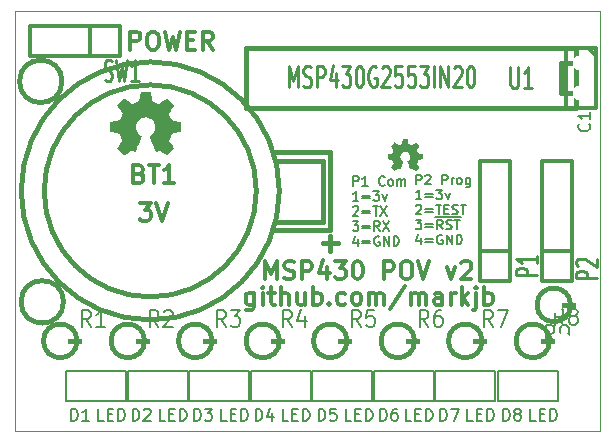
<source format=gto>
G04 (created by PCBNEW (2013-07-07 BZR 4022)-stable) date 06/07/2014 17:43:10*
%MOIN*%
G04 Gerber Fmt 3.4, Leading zero omitted, Abs format*
%FSLAX34Y34*%
G01*
G70*
G90*
G04 APERTURE LIST*
%ADD10C,0.00590551*%
%ADD11C,0.011811*%
%ADD12C,0.00393701*%
%ADD13C,0.015748*%
%ADD14C,0.015*%
%ADD15C,0.012*%
%ADD16C,0.0001*%
%ADD17C,0.0107*%
%ADD18C,0.0106*%
%ADD19C,0.008*%
%ADD20C,0.01125*%
%ADD21C,0.0590551*%
%ADD22C,0.09*%
%ADD23R,0.055X0.055*%
%ADD24C,0.055*%
%ADD25C,0.1*%
G04 APERTURE END LIST*
G54D10*
X47374Y-27777D02*
X47374Y-27462D01*
X47494Y-27462D01*
X47524Y-27477D01*
X47539Y-27492D01*
X47554Y-27522D01*
X47554Y-27567D01*
X47539Y-27597D01*
X47524Y-27612D01*
X47494Y-27627D01*
X47374Y-27627D01*
X47674Y-27492D02*
X47689Y-27477D01*
X47719Y-27462D01*
X47794Y-27462D01*
X47824Y-27477D01*
X47839Y-27492D01*
X47854Y-27522D01*
X47854Y-27552D01*
X47839Y-27597D01*
X47659Y-27777D01*
X47854Y-27777D01*
X48229Y-27777D02*
X48229Y-27462D01*
X48349Y-27462D01*
X48379Y-27477D01*
X48394Y-27492D01*
X48409Y-27522D01*
X48409Y-27567D01*
X48394Y-27597D01*
X48379Y-27612D01*
X48349Y-27627D01*
X48229Y-27627D01*
X48544Y-27777D02*
X48544Y-27567D01*
X48544Y-27627D02*
X48559Y-27597D01*
X48574Y-27582D01*
X48604Y-27567D01*
X48634Y-27567D01*
X48784Y-27777D02*
X48754Y-27762D01*
X48739Y-27747D01*
X48724Y-27717D01*
X48724Y-27627D01*
X48739Y-27597D01*
X48754Y-27582D01*
X48784Y-27567D01*
X48829Y-27567D01*
X48859Y-27582D01*
X48874Y-27597D01*
X48889Y-27627D01*
X48889Y-27717D01*
X48874Y-27747D01*
X48859Y-27762D01*
X48829Y-27777D01*
X48784Y-27777D01*
X49159Y-27567D02*
X49159Y-27822D01*
X49144Y-27852D01*
X49129Y-27867D01*
X49099Y-27882D01*
X49054Y-27882D01*
X49024Y-27867D01*
X49159Y-27762D02*
X49129Y-27777D01*
X49069Y-27777D01*
X49039Y-27762D01*
X49024Y-27747D01*
X49009Y-27717D01*
X49009Y-27627D01*
X49024Y-27597D01*
X49039Y-27582D01*
X49069Y-27567D01*
X49129Y-27567D01*
X49159Y-27582D01*
X47539Y-28277D02*
X47359Y-28277D01*
X47449Y-28277D02*
X47449Y-27962D01*
X47419Y-28007D01*
X47389Y-28037D01*
X47359Y-28052D01*
X47674Y-28112D02*
X47914Y-28112D01*
X47914Y-28202D02*
X47674Y-28202D01*
X48034Y-27962D02*
X48229Y-27962D01*
X48124Y-28082D01*
X48169Y-28082D01*
X48199Y-28097D01*
X48214Y-28112D01*
X48229Y-28142D01*
X48229Y-28217D01*
X48214Y-28247D01*
X48199Y-28262D01*
X48169Y-28277D01*
X48079Y-28277D01*
X48049Y-28262D01*
X48034Y-28247D01*
X48334Y-28067D02*
X48409Y-28277D01*
X48484Y-28067D01*
X47359Y-28492D02*
X47374Y-28477D01*
X47404Y-28462D01*
X47479Y-28462D01*
X47509Y-28477D01*
X47524Y-28492D01*
X47539Y-28522D01*
X47539Y-28552D01*
X47524Y-28597D01*
X47344Y-28777D01*
X47539Y-28777D01*
X47674Y-28612D02*
X47914Y-28612D01*
X47914Y-28702D02*
X47674Y-28702D01*
X48019Y-28462D02*
X48199Y-28462D01*
X48109Y-28777D02*
X48109Y-28462D01*
X48304Y-28612D02*
X48409Y-28612D01*
X48454Y-28777D02*
X48304Y-28777D01*
X48304Y-28462D01*
X48454Y-28462D01*
X48574Y-28762D02*
X48619Y-28777D01*
X48694Y-28777D01*
X48724Y-28762D01*
X48739Y-28747D01*
X48754Y-28717D01*
X48754Y-28687D01*
X48739Y-28657D01*
X48724Y-28642D01*
X48694Y-28627D01*
X48634Y-28612D01*
X48604Y-28597D01*
X48589Y-28582D01*
X48574Y-28552D01*
X48574Y-28522D01*
X48589Y-28492D01*
X48604Y-28477D01*
X48634Y-28462D01*
X48709Y-28462D01*
X48754Y-28477D01*
X48844Y-28462D02*
X49024Y-28462D01*
X48934Y-28777D02*
X48934Y-28462D01*
X47344Y-28962D02*
X47539Y-28962D01*
X47434Y-29082D01*
X47479Y-29082D01*
X47509Y-29097D01*
X47524Y-29112D01*
X47539Y-29142D01*
X47539Y-29217D01*
X47524Y-29247D01*
X47509Y-29262D01*
X47479Y-29277D01*
X47389Y-29277D01*
X47359Y-29262D01*
X47344Y-29247D01*
X47674Y-29112D02*
X47914Y-29112D01*
X47914Y-29202D02*
X47674Y-29202D01*
X48244Y-29277D02*
X48139Y-29127D01*
X48064Y-29277D02*
X48064Y-28962D01*
X48184Y-28962D01*
X48214Y-28977D01*
X48229Y-28992D01*
X48244Y-29022D01*
X48244Y-29067D01*
X48229Y-29097D01*
X48214Y-29112D01*
X48184Y-29127D01*
X48064Y-29127D01*
X48364Y-29262D02*
X48409Y-29277D01*
X48484Y-29277D01*
X48514Y-29262D01*
X48529Y-29247D01*
X48544Y-29217D01*
X48544Y-29187D01*
X48529Y-29157D01*
X48514Y-29142D01*
X48484Y-29127D01*
X48424Y-29112D01*
X48394Y-29097D01*
X48379Y-29082D01*
X48364Y-29052D01*
X48364Y-29022D01*
X48379Y-28992D01*
X48394Y-28977D01*
X48424Y-28962D01*
X48499Y-28962D01*
X48544Y-28977D01*
X48634Y-28962D02*
X48814Y-28962D01*
X48724Y-29277D02*
X48724Y-28962D01*
X47989Y-28872D02*
X48844Y-28872D01*
X47509Y-29567D02*
X47509Y-29777D01*
X47434Y-29447D02*
X47359Y-29672D01*
X47554Y-29672D01*
X47674Y-29612D02*
X47914Y-29612D01*
X47914Y-29702D02*
X47674Y-29702D01*
X48229Y-29477D02*
X48199Y-29462D01*
X48154Y-29462D01*
X48109Y-29477D01*
X48079Y-29507D01*
X48064Y-29537D01*
X48049Y-29597D01*
X48049Y-29642D01*
X48064Y-29702D01*
X48079Y-29732D01*
X48109Y-29762D01*
X48154Y-29777D01*
X48184Y-29777D01*
X48229Y-29762D01*
X48244Y-29747D01*
X48244Y-29642D01*
X48184Y-29642D01*
X48379Y-29777D02*
X48379Y-29462D01*
X48559Y-29777D01*
X48559Y-29462D01*
X48709Y-29777D02*
X48709Y-29462D01*
X48784Y-29462D01*
X48829Y-29477D01*
X48859Y-29507D01*
X48874Y-29537D01*
X48889Y-29597D01*
X48889Y-29642D01*
X48874Y-29702D01*
X48859Y-29732D01*
X48829Y-29762D01*
X48784Y-29777D01*
X48709Y-29777D01*
G54D11*
X37836Y-23289D02*
X37836Y-22698D01*
X38061Y-22698D01*
X38117Y-22726D01*
X38145Y-22754D01*
X38173Y-22810D01*
X38173Y-22895D01*
X38145Y-22951D01*
X38117Y-22979D01*
X38061Y-23007D01*
X37836Y-23007D01*
X38539Y-22698D02*
X38651Y-22698D01*
X38707Y-22726D01*
X38764Y-22782D01*
X38792Y-22895D01*
X38792Y-23092D01*
X38764Y-23204D01*
X38707Y-23260D01*
X38651Y-23289D01*
X38539Y-23289D01*
X38482Y-23260D01*
X38426Y-23204D01*
X38398Y-23092D01*
X38398Y-22895D01*
X38426Y-22782D01*
X38482Y-22726D01*
X38539Y-22698D01*
X38989Y-22698D02*
X39129Y-23289D01*
X39242Y-22867D01*
X39354Y-23289D01*
X39495Y-22698D01*
X39720Y-22979D02*
X39917Y-22979D01*
X40001Y-23289D02*
X39720Y-23289D01*
X39720Y-22698D01*
X40001Y-22698D01*
X40592Y-23289D02*
X40395Y-23007D01*
X40254Y-23289D02*
X40254Y-22698D01*
X40479Y-22698D01*
X40535Y-22726D01*
X40563Y-22754D01*
X40592Y-22810D01*
X40592Y-22895D01*
X40563Y-22951D01*
X40535Y-22979D01*
X40479Y-23007D01*
X40254Y-23007D01*
G54D10*
X45274Y-27827D02*
X45274Y-27512D01*
X45394Y-27512D01*
X45424Y-27527D01*
X45439Y-27542D01*
X45454Y-27572D01*
X45454Y-27617D01*
X45439Y-27647D01*
X45424Y-27662D01*
X45394Y-27677D01*
X45274Y-27677D01*
X45754Y-27827D02*
X45574Y-27827D01*
X45664Y-27827D02*
X45664Y-27512D01*
X45634Y-27557D01*
X45604Y-27587D01*
X45574Y-27602D01*
X46309Y-27797D02*
X46294Y-27812D01*
X46249Y-27827D01*
X46219Y-27827D01*
X46174Y-27812D01*
X46144Y-27782D01*
X46129Y-27752D01*
X46114Y-27692D01*
X46114Y-27647D01*
X46129Y-27587D01*
X46144Y-27557D01*
X46174Y-27527D01*
X46219Y-27512D01*
X46249Y-27512D01*
X46294Y-27527D01*
X46309Y-27542D01*
X46489Y-27827D02*
X46459Y-27812D01*
X46444Y-27797D01*
X46429Y-27767D01*
X46429Y-27677D01*
X46444Y-27647D01*
X46459Y-27632D01*
X46489Y-27617D01*
X46534Y-27617D01*
X46564Y-27632D01*
X46579Y-27647D01*
X46594Y-27677D01*
X46594Y-27767D01*
X46579Y-27797D01*
X46564Y-27812D01*
X46534Y-27827D01*
X46489Y-27827D01*
X46729Y-27827D02*
X46729Y-27617D01*
X46729Y-27647D02*
X46744Y-27632D01*
X46774Y-27617D01*
X46819Y-27617D01*
X46849Y-27632D01*
X46864Y-27662D01*
X46864Y-27827D01*
X46864Y-27662D02*
X46879Y-27632D01*
X46909Y-27617D01*
X46954Y-27617D01*
X46984Y-27632D01*
X46999Y-27662D01*
X46999Y-27827D01*
X45439Y-28327D02*
X45259Y-28327D01*
X45349Y-28327D02*
X45349Y-28012D01*
X45319Y-28057D01*
X45289Y-28087D01*
X45259Y-28102D01*
X45574Y-28162D02*
X45814Y-28162D01*
X45814Y-28252D02*
X45574Y-28252D01*
X45934Y-28012D02*
X46129Y-28012D01*
X46024Y-28132D01*
X46069Y-28132D01*
X46099Y-28147D01*
X46114Y-28162D01*
X46129Y-28192D01*
X46129Y-28267D01*
X46114Y-28297D01*
X46099Y-28312D01*
X46069Y-28327D01*
X45979Y-28327D01*
X45949Y-28312D01*
X45934Y-28297D01*
X46234Y-28117D02*
X46309Y-28327D01*
X46384Y-28117D01*
X45259Y-28542D02*
X45274Y-28527D01*
X45304Y-28512D01*
X45379Y-28512D01*
X45409Y-28527D01*
X45424Y-28542D01*
X45439Y-28572D01*
X45439Y-28602D01*
X45424Y-28647D01*
X45244Y-28827D01*
X45439Y-28827D01*
X45574Y-28662D02*
X45814Y-28662D01*
X45814Y-28752D02*
X45574Y-28752D01*
X45919Y-28512D02*
X46099Y-28512D01*
X46009Y-28827D02*
X46009Y-28512D01*
X46174Y-28512D02*
X46384Y-28827D01*
X46384Y-28512D02*
X46174Y-28827D01*
X45244Y-29012D02*
X45439Y-29012D01*
X45334Y-29132D01*
X45379Y-29132D01*
X45409Y-29147D01*
X45424Y-29162D01*
X45439Y-29192D01*
X45439Y-29267D01*
X45424Y-29297D01*
X45409Y-29312D01*
X45379Y-29327D01*
X45289Y-29327D01*
X45259Y-29312D01*
X45244Y-29297D01*
X45574Y-29162D02*
X45814Y-29162D01*
X45814Y-29252D02*
X45574Y-29252D01*
X46144Y-29327D02*
X46039Y-29177D01*
X45964Y-29327D02*
X45964Y-29012D01*
X46084Y-29012D01*
X46114Y-29027D01*
X46129Y-29042D01*
X46144Y-29072D01*
X46144Y-29117D01*
X46129Y-29147D01*
X46114Y-29162D01*
X46084Y-29177D01*
X45964Y-29177D01*
X46249Y-29012D02*
X46459Y-29327D01*
X46459Y-29012D02*
X46249Y-29327D01*
X45409Y-29617D02*
X45409Y-29827D01*
X45334Y-29497D02*
X45259Y-29722D01*
X45454Y-29722D01*
X45574Y-29662D02*
X45814Y-29662D01*
X45814Y-29752D02*
X45574Y-29752D01*
X46129Y-29527D02*
X46099Y-29512D01*
X46054Y-29512D01*
X46009Y-29527D01*
X45979Y-29557D01*
X45964Y-29587D01*
X45949Y-29647D01*
X45949Y-29692D01*
X45964Y-29752D01*
X45979Y-29782D01*
X46009Y-29812D01*
X46054Y-29827D01*
X46084Y-29827D01*
X46129Y-29812D01*
X46144Y-29797D01*
X46144Y-29692D01*
X46084Y-29692D01*
X46279Y-29827D02*
X46279Y-29512D01*
X46459Y-29827D01*
X46459Y-29512D01*
X46609Y-29827D02*
X46609Y-29512D01*
X46684Y-29512D01*
X46729Y-29527D01*
X46759Y-29557D01*
X46774Y-29587D01*
X46789Y-29647D01*
X46789Y-29692D01*
X46774Y-29752D01*
X46759Y-29782D01*
X46729Y-29812D01*
X46684Y-29827D01*
X46609Y-29827D01*
G54D11*
X41961Y-31395D02*
X41961Y-31873D01*
X41933Y-31929D01*
X41905Y-31957D01*
X41848Y-31985D01*
X41764Y-31985D01*
X41708Y-31957D01*
X41961Y-31760D02*
X41905Y-31789D01*
X41792Y-31789D01*
X41736Y-31760D01*
X41708Y-31732D01*
X41680Y-31676D01*
X41680Y-31507D01*
X41708Y-31451D01*
X41736Y-31423D01*
X41792Y-31395D01*
X41905Y-31395D01*
X41961Y-31423D01*
X42242Y-31789D02*
X42242Y-31395D01*
X42242Y-31198D02*
X42214Y-31226D01*
X42242Y-31254D01*
X42270Y-31226D01*
X42242Y-31198D01*
X42242Y-31254D01*
X42439Y-31395D02*
X42664Y-31395D01*
X42523Y-31198D02*
X42523Y-31704D01*
X42551Y-31760D01*
X42608Y-31789D01*
X42664Y-31789D01*
X42861Y-31789D02*
X42861Y-31198D01*
X43114Y-31789D02*
X43114Y-31479D01*
X43086Y-31423D01*
X43030Y-31395D01*
X42945Y-31395D01*
X42889Y-31423D01*
X42861Y-31451D01*
X43648Y-31395D02*
X43648Y-31789D01*
X43395Y-31395D02*
X43395Y-31704D01*
X43423Y-31760D01*
X43479Y-31789D01*
X43564Y-31789D01*
X43620Y-31760D01*
X43648Y-31732D01*
X43929Y-31789D02*
X43929Y-31198D01*
X43929Y-31423D02*
X43986Y-31395D01*
X44098Y-31395D01*
X44154Y-31423D01*
X44183Y-31451D01*
X44211Y-31507D01*
X44211Y-31676D01*
X44183Y-31732D01*
X44154Y-31760D01*
X44098Y-31789D01*
X43986Y-31789D01*
X43929Y-31760D01*
X44464Y-31732D02*
X44492Y-31760D01*
X44464Y-31789D01*
X44436Y-31760D01*
X44464Y-31732D01*
X44464Y-31789D01*
X44998Y-31760D02*
X44942Y-31789D01*
X44829Y-31789D01*
X44773Y-31760D01*
X44745Y-31732D01*
X44717Y-31676D01*
X44717Y-31507D01*
X44745Y-31451D01*
X44773Y-31423D01*
X44829Y-31395D01*
X44942Y-31395D01*
X44998Y-31423D01*
X45335Y-31789D02*
X45279Y-31760D01*
X45251Y-31732D01*
X45223Y-31676D01*
X45223Y-31507D01*
X45251Y-31451D01*
X45279Y-31423D01*
X45335Y-31395D01*
X45420Y-31395D01*
X45476Y-31423D01*
X45504Y-31451D01*
X45532Y-31507D01*
X45532Y-31676D01*
X45504Y-31732D01*
X45476Y-31760D01*
X45420Y-31789D01*
X45335Y-31789D01*
X45785Y-31789D02*
X45785Y-31395D01*
X45785Y-31451D02*
X45814Y-31423D01*
X45870Y-31395D01*
X45954Y-31395D01*
X46010Y-31423D01*
X46039Y-31479D01*
X46039Y-31789D01*
X46039Y-31479D02*
X46067Y-31423D01*
X46123Y-31395D01*
X46207Y-31395D01*
X46264Y-31423D01*
X46292Y-31479D01*
X46292Y-31789D01*
X46995Y-31170D02*
X46488Y-31929D01*
X47192Y-31789D02*
X47192Y-31395D01*
X47192Y-31451D02*
X47220Y-31423D01*
X47276Y-31395D01*
X47360Y-31395D01*
X47416Y-31423D01*
X47445Y-31479D01*
X47445Y-31789D01*
X47445Y-31479D02*
X47473Y-31423D01*
X47529Y-31395D01*
X47613Y-31395D01*
X47670Y-31423D01*
X47698Y-31479D01*
X47698Y-31789D01*
X48232Y-31789D02*
X48232Y-31479D01*
X48204Y-31423D01*
X48148Y-31395D01*
X48035Y-31395D01*
X47979Y-31423D01*
X48232Y-31760D02*
X48176Y-31789D01*
X48035Y-31789D01*
X47979Y-31760D01*
X47951Y-31704D01*
X47951Y-31648D01*
X47979Y-31592D01*
X48035Y-31564D01*
X48176Y-31564D01*
X48232Y-31535D01*
X48513Y-31789D02*
X48513Y-31395D01*
X48513Y-31507D02*
X48541Y-31451D01*
X48569Y-31423D01*
X48626Y-31395D01*
X48682Y-31395D01*
X48879Y-31789D02*
X48879Y-31198D01*
X48935Y-31564D02*
X49104Y-31789D01*
X49104Y-31395D02*
X48879Y-31620D01*
X49357Y-31395D02*
X49357Y-31901D01*
X49329Y-31957D01*
X49273Y-31985D01*
X49244Y-31985D01*
X49357Y-31198D02*
X49329Y-31226D01*
X49357Y-31254D01*
X49385Y-31226D01*
X49357Y-31198D01*
X49357Y-31254D01*
X49638Y-31789D02*
X49638Y-31198D01*
X49638Y-31423D02*
X49694Y-31395D01*
X49807Y-31395D01*
X49863Y-31423D01*
X49891Y-31451D01*
X49919Y-31507D01*
X49919Y-31676D01*
X49891Y-31732D01*
X49863Y-31760D01*
X49807Y-31789D01*
X49694Y-31789D01*
X49638Y-31760D01*
X42319Y-30939D02*
X42319Y-30348D01*
X42516Y-30770D01*
X42712Y-30348D01*
X42712Y-30939D01*
X42965Y-30910D02*
X43050Y-30939D01*
X43190Y-30939D01*
X43247Y-30910D01*
X43275Y-30882D01*
X43303Y-30826D01*
X43303Y-30770D01*
X43275Y-30714D01*
X43247Y-30685D01*
X43190Y-30657D01*
X43078Y-30629D01*
X43022Y-30601D01*
X42994Y-30573D01*
X42965Y-30517D01*
X42965Y-30460D01*
X42994Y-30404D01*
X43022Y-30376D01*
X43078Y-30348D01*
X43219Y-30348D01*
X43303Y-30376D01*
X43556Y-30939D02*
X43556Y-30348D01*
X43781Y-30348D01*
X43837Y-30376D01*
X43865Y-30404D01*
X43893Y-30460D01*
X43893Y-30545D01*
X43865Y-30601D01*
X43837Y-30629D01*
X43781Y-30657D01*
X43556Y-30657D01*
X44400Y-30545D02*
X44400Y-30939D01*
X44259Y-30320D02*
X44118Y-30742D01*
X44484Y-30742D01*
X44653Y-30348D02*
X45018Y-30348D01*
X44821Y-30573D01*
X44906Y-30573D01*
X44962Y-30601D01*
X44990Y-30629D01*
X45018Y-30685D01*
X45018Y-30826D01*
X44990Y-30882D01*
X44962Y-30910D01*
X44906Y-30939D01*
X44737Y-30939D01*
X44681Y-30910D01*
X44653Y-30882D01*
X45384Y-30348D02*
X45440Y-30348D01*
X45496Y-30376D01*
X45525Y-30404D01*
X45553Y-30460D01*
X45581Y-30573D01*
X45581Y-30714D01*
X45553Y-30826D01*
X45525Y-30882D01*
X45496Y-30910D01*
X45440Y-30939D01*
X45384Y-30939D01*
X45328Y-30910D01*
X45300Y-30882D01*
X45271Y-30826D01*
X45243Y-30714D01*
X45243Y-30573D01*
X45271Y-30460D01*
X45300Y-30404D01*
X45328Y-30376D01*
X45384Y-30348D01*
X46284Y-30939D02*
X46284Y-30348D01*
X46509Y-30348D01*
X46565Y-30376D01*
X46593Y-30404D01*
X46621Y-30460D01*
X46621Y-30545D01*
X46593Y-30601D01*
X46565Y-30629D01*
X46509Y-30657D01*
X46284Y-30657D01*
X46987Y-30348D02*
X47099Y-30348D01*
X47156Y-30376D01*
X47212Y-30432D01*
X47240Y-30545D01*
X47240Y-30742D01*
X47212Y-30854D01*
X47156Y-30910D01*
X47099Y-30939D01*
X46987Y-30939D01*
X46931Y-30910D01*
X46874Y-30854D01*
X46846Y-30742D01*
X46846Y-30545D01*
X46874Y-30432D01*
X46931Y-30376D01*
X46987Y-30348D01*
X47409Y-30348D02*
X47606Y-30939D01*
X47802Y-30348D01*
X48393Y-30545D02*
X48534Y-30939D01*
X48674Y-30545D01*
X48871Y-30404D02*
X48899Y-30376D01*
X48955Y-30348D01*
X49096Y-30348D01*
X49152Y-30376D01*
X49180Y-30404D01*
X49208Y-30460D01*
X49208Y-30517D01*
X49180Y-30601D01*
X48843Y-30939D01*
X49208Y-30939D01*
G54D12*
X34000Y-22000D02*
X34000Y-28000D01*
X53500Y-22000D02*
X34000Y-22000D01*
X53500Y-36000D02*
X53500Y-22000D01*
X34000Y-36000D02*
X53500Y-36000D01*
X34000Y-28000D02*
X34000Y-36000D01*
G54D10*
X35700Y-34000D02*
X37700Y-34000D01*
X37700Y-34000D02*
X37700Y-35000D01*
X37700Y-35000D02*
X35700Y-35000D01*
X35700Y-35000D02*
X35700Y-34000D01*
G54D13*
X44250Y-29050D02*
X42700Y-29050D01*
X44500Y-29300D02*
X42600Y-29300D01*
X44500Y-26700D02*
X42600Y-26700D01*
X44250Y-27000D02*
X42750Y-27000D01*
G54D14*
X44500Y-29500D02*
X44500Y-30000D01*
X44250Y-29750D02*
X44750Y-29750D01*
X44250Y-27000D02*
X44250Y-29000D01*
X44500Y-26750D02*
X44500Y-29250D01*
X42035Y-28000D02*
G75*
G03X42035Y-28000I-3535J0D01*
G74*
G01*
X42801Y-28000D02*
G75*
G03X42801Y-28000I-4301J0D01*
G74*
G01*
G54D15*
X51550Y-31000D02*
X51550Y-31000D01*
X52550Y-31000D02*
X51550Y-31000D01*
X51550Y-31000D02*
X51550Y-31000D01*
X51550Y-31000D02*
X51550Y-27000D01*
X51550Y-27000D02*
X52550Y-27000D01*
X52550Y-27000D02*
X52550Y-31000D01*
X52550Y-30000D02*
X51550Y-30000D01*
X49500Y-31000D02*
X49500Y-31000D01*
X50500Y-31000D02*
X49500Y-31000D01*
X49500Y-31000D02*
X49500Y-31000D01*
X49500Y-31000D02*
X49500Y-27000D01*
X49500Y-27000D02*
X50500Y-27000D01*
X50500Y-27000D02*
X50500Y-31000D01*
X50500Y-30000D02*
X49500Y-30000D01*
X37500Y-22500D02*
X37500Y-23500D01*
X37500Y-23500D02*
X34500Y-23500D01*
X34500Y-23500D02*
X34500Y-22500D01*
X34500Y-22500D02*
X37500Y-22500D01*
X36500Y-23500D02*
X36500Y-22500D01*
G54D14*
X51250Y-33000D02*
X52250Y-33000D01*
X51809Y-33000D02*
G75*
G03X51809Y-33000I-559J0D01*
G74*
G01*
X49000Y-33000D02*
X50000Y-33000D01*
X49559Y-33000D02*
G75*
G03X49559Y-33000I-559J0D01*
G74*
G01*
X46750Y-33000D02*
X47750Y-33000D01*
X47309Y-33000D02*
G75*
G03X47309Y-33000I-559J0D01*
G74*
G01*
X44500Y-33000D02*
X45500Y-33000D01*
X45059Y-33000D02*
G75*
G03X45059Y-33000I-559J0D01*
G74*
G01*
X42250Y-33000D02*
X43250Y-33000D01*
X42809Y-33000D02*
G75*
G03X42809Y-33000I-559J0D01*
G74*
G01*
X40000Y-33000D02*
X41000Y-33000D01*
X40559Y-33000D02*
G75*
G03X40559Y-33000I-559J0D01*
G74*
G01*
X37750Y-33000D02*
X38750Y-33000D01*
X38309Y-33000D02*
G75*
G03X38309Y-33000I-559J0D01*
G74*
G01*
X35500Y-33000D02*
X36500Y-33000D01*
X36059Y-33000D02*
G75*
G03X36059Y-33000I-559J0D01*
G74*
G01*
G54D10*
X50100Y-34000D02*
X52100Y-34000D01*
X52100Y-34000D02*
X52100Y-35000D01*
X52100Y-35000D02*
X50100Y-35000D01*
X50100Y-35000D02*
X50100Y-34000D01*
X48000Y-34000D02*
X50000Y-34000D01*
X50000Y-34000D02*
X50000Y-35000D01*
X50000Y-35000D02*
X48000Y-35000D01*
X48000Y-35000D02*
X48000Y-34000D01*
X45950Y-34000D02*
X47950Y-34000D01*
X47950Y-34000D02*
X47950Y-35000D01*
X47950Y-35000D02*
X45950Y-35000D01*
X45950Y-35000D02*
X45950Y-34000D01*
X43900Y-34000D02*
X45900Y-34000D01*
X45900Y-34000D02*
X45900Y-35000D01*
X45900Y-35000D02*
X43900Y-35000D01*
X43900Y-35000D02*
X43900Y-34000D01*
X41850Y-34000D02*
X43850Y-34000D01*
X43850Y-34000D02*
X43850Y-35000D01*
X43850Y-35000D02*
X41850Y-35000D01*
X41850Y-35000D02*
X41850Y-34000D01*
X39800Y-34000D02*
X41800Y-34000D01*
X41800Y-34000D02*
X41800Y-35000D01*
X41800Y-35000D02*
X39800Y-35000D01*
X39800Y-35000D02*
X39800Y-34000D01*
X37750Y-34000D02*
X39750Y-34000D01*
X39750Y-34000D02*
X39750Y-35000D01*
X39750Y-35000D02*
X37750Y-35000D01*
X37750Y-35000D02*
X37750Y-34000D01*
G54D14*
X52700Y-24750D02*
X52200Y-24750D01*
X52200Y-24750D02*
X52200Y-23750D01*
X52200Y-23750D02*
X52700Y-23750D01*
X52700Y-25250D02*
X41700Y-25250D01*
X41700Y-25250D02*
X41700Y-23250D01*
X41700Y-23250D02*
X52700Y-23250D01*
X52700Y-23250D02*
X52700Y-25250D01*
G54D16*
G36*
X39066Y-26811D02*
X39053Y-26804D01*
X39026Y-26787D01*
X38986Y-26761D01*
X38940Y-26730D01*
X38893Y-26698D01*
X38854Y-26672D01*
X38827Y-26655D01*
X38816Y-26649D01*
X38810Y-26651D01*
X38788Y-26662D01*
X38756Y-26679D01*
X38737Y-26688D01*
X38707Y-26701D01*
X38693Y-26704D01*
X38690Y-26700D01*
X38679Y-26677D01*
X38662Y-26638D01*
X38640Y-26587D01*
X38614Y-26527D01*
X38587Y-26462D01*
X38560Y-26396D01*
X38534Y-26334D01*
X38510Y-26277D01*
X38492Y-26231D01*
X38480Y-26199D01*
X38475Y-26185D01*
X38477Y-26182D01*
X38491Y-26168D01*
X38517Y-26149D01*
X38573Y-26103D01*
X38628Y-26034D01*
X38662Y-25956D01*
X38673Y-25869D01*
X38664Y-25789D01*
X38632Y-25712D01*
X38578Y-25642D01*
X38512Y-25590D01*
X38436Y-25558D01*
X38350Y-25547D01*
X38268Y-25556D01*
X38189Y-25587D01*
X38119Y-25640D01*
X38090Y-25674D01*
X38049Y-25745D01*
X38026Y-25820D01*
X38024Y-25839D01*
X38027Y-25922D01*
X38052Y-26002D01*
X38095Y-26073D01*
X38156Y-26131D01*
X38164Y-26137D01*
X38192Y-26158D01*
X38211Y-26172D01*
X38226Y-26184D01*
X38120Y-26439D01*
X38103Y-26479D01*
X38074Y-26548D01*
X38049Y-26608D01*
X38028Y-26656D01*
X38014Y-26688D01*
X38008Y-26701D01*
X38007Y-26701D01*
X37998Y-26703D01*
X37979Y-26696D01*
X37943Y-26679D01*
X37920Y-26667D01*
X37893Y-26654D01*
X37881Y-26649D01*
X37870Y-26654D01*
X37844Y-26671D01*
X37807Y-26697D01*
X37761Y-26727D01*
X37718Y-26757D01*
X37678Y-26783D01*
X37649Y-26802D01*
X37635Y-26809D01*
X37633Y-26809D01*
X37620Y-26802D01*
X37597Y-26783D01*
X37563Y-26750D01*
X37514Y-26702D01*
X37506Y-26695D01*
X37466Y-26654D01*
X37433Y-26619D01*
X37411Y-26595D01*
X37403Y-26584D01*
X37403Y-26584D01*
X37411Y-26570D01*
X37429Y-26541D01*
X37455Y-26501D01*
X37487Y-26453D01*
X37572Y-26331D01*
X37525Y-26216D01*
X37511Y-26180D01*
X37493Y-26137D01*
X37480Y-26107D01*
X37473Y-26093D01*
X37460Y-26089D01*
X37429Y-26081D01*
X37383Y-26072D01*
X37328Y-26062D01*
X37276Y-26052D01*
X37229Y-26043D01*
X37195Y-26037D01*
X37180Y-26034D01*
X37176Y-26031D01*
X37173Y-26024D01*
X37171Y-26008D01*
X37170Y-25979D01*
X37169Y-25934D01*
X37169Y-25869D01*
X37169Y-25862D01*
X37170Y-25800D01*
X37171Y-25751D01*
X37173Y-25719D01*
X37175Y-25706D01*
X37175Y-25706D01*
X37190Y-25702D01*
X37223Y-25695D01*
X37270Y-25686D01*
X37326Y-25675D01*
X37330Y-25675D01*
X37386Y-25664D01*
X37432Y-25654D01*
X37465Y-25647D01*
X37479Y-25642D01*
X37482Y-25638D01*
X37493Y-25616D01*
X37509Y-25582D01*
X37528Y-25540D01*
X37546Y-25496D01*
X37562Y-25456D01*
X37572Y-25427D01*
X37575Y-25413D01*
X37575Y-25413D01*
X37567Y-25400D01*
X37548Y-25371D01*
X37520Y-25331D01*
X37488Y-25283D01*
X37485Y-25279D01*
X37453Y-25232D01*
X37427Y-25192D01*
X37410Y-25164D01*
X37403Y-25151D01*
X37403Y-25150D01*
X37414Y-25136D01*
X37438Y-25109D01*
X37473Y-25073D01*
X37514Y-25032D01*
X37527Y-25019D01*
X37573Y-24974D01*
X37605Y-24945D01*
X37625Y-24929D01*
X37634Y-24925D01*
X37635Y-24926D01*
X37649Y-24934D01*
X37679Y-24954D01*
X37719Y-24981D01*
X37767Y-25014D01*
X37770Y-25016D01*
X37818Y-25048D01*
X37857Y-25075D01*
X37885Y-25093D01*
X37897Y-25100D01*
X37899Y-25100D01*
X37918Y-25095D01*
X37952Y-25083D01*
X37993Y-25067D01*
X38037Y-25050D01*
X38077Y-25033D01*
X38106Y-25019D01*
X38120Y-25011D01*
X38121Y-25011D01*
X38126Y-24994D01*
X38134Y-24958D01*
X38144Y-24910D01*
X38155Y-24852D01*
X38157Y-24843D01*
X38167Y-24786D01*
X38176Y-24740D01*
X38183Y-24708D01*
X38186Y-24694D01*
X38194Y-24693D01*
X38222Y-24691D01*
X38264Y-24689D01*
X38315Y-24689D01*
X38368Y-24689D01*
X38420Y-24690D01*
X38464Y-24692D01*
X38496Y-24694D01*
X38510Y-24697D01*
X38510Y-24698D01*
X38515Y-24715D01*
X38523Y-24750D01*
X38533Y-24799D01*
X38544Y-24857D01*
X38546Y-24868D01*
X38556Y-24924D01*
X38566Y-24970D01*
X38573Y-25001D01*
X38576Y-25014D01*
X38581Y-25016D01*
X38604Y-25027D01*
X38642Y-25042D01*
X38689Y-25061D01*
X38797Y-25105D01*
X38929Y-25014D01*
X38941Y-25006D01*
X38989Y-24973D01*
X39028Y-24947D01*
X39056Y-24930D01*
X39067Y-24923D01*
X39068Y-24924D01*
X39081Y-24935D01*
X39107Y-24960D01*
X39143Y-24995D01*
X39185Y-25036D01*
X39216Y-25067D01*
X39252Y-25104D01*
X39275Y-25129D01*
X39288Y-25145D01*
X39293Y-25155D01*
X39291Y-25162D01*
X39283Y-25175D01*
X39263Y-25204D01*
X39236Y-25245D01*
X39204Y-25291D01*
X39177Y-25331D01*
X39148Y-25375D01*
X39130Y-25407D01*
X39123Y-25422D01*
X39125Y-25429D01*
X39134Y-25455D01*
X39150Y-25494D01*
X39170Y-25541D01*
X39216Y-25646D01*
X39285Y-25659D01*
X39326Y-25667D01*
X39385Y-25678D01*
X39441Y-25689D01*
X39528Y-25706D01*
X39531Y-26025D01*
X39517Y-26031D01*
X39504Y-26035D01*
X39472Y-26042D01*
X39426Y-26051D01*
X39372Y-26061D01*
X39325Y-26070D01*
X39279Y-26079D01*
X39245Y-26085D01*
X39230Y-26088D01*
X39227Y-26093D01*
X39215Y-26116D01*
X39198Y-26152D01*
X39180Y-26195D01*
X39161Y-26240D01*
X39145Y-26281D01*
X39133Y-26313D01*
X39129Y-26329D01*
X39135Y-26341D01*
X39153Y-26369D01*
X39179Y-26408D01*
X39210Y-26454D01*
X39242Y-26501D01*
X39269Y-26540D01*
X39288Y-26569D01*
X39295Y-26582D01*
X39291Y-26591D01*
X39273Y-26613D01*
X39238Y-26649D01*
X39186Y-26701D01*
X39177Y-26709D01*
X39136Y-26749D01*
X39101Y-26781D01*
X39077Y-26803D01*
X39066Y-26811D01*
X39066Y-26811D01*
G37*
G36*
X46642Y-27330D02*
X46649Y-27327D01*
X46662Y-27318D01*
X46682Y-27305D01*
X46705Y-27290D01*
X46729Y-27274D01*
X46748Y-27261D01*
X46762Y-27252D01*
X46767Y-27249D01*
X46770Y-27250D01*
X46781Y-27256D01*
X46797Y-27264D01*
X46807Y-27269D01*
X46822Y-27275D01*
X46829Y-27277D01*
X46830Y-27275D01*
X46836Y-27263D01*
X46844Y-27244D01*
X46855Y-27218D01*
X46868Y-27188D01*
X46882Y-27156D01*
X46895Y-27123D01*
X46908Y-27092D01*
X46920Y-27063D01*
X46929Y-27040D01*
X46935Y-27024D01*
X46938Y-27017D01*
X46937Y-27016D01*
X46930Y-27009D01*
X46917Y-26999D01*
X46889Y-26976D01*
X46861Y-26942D01*
X46844Y-26903D01*
X46839Y-26859D01*
X46843Y-26819D01*
X46859Y-26781D01*
X46886Y-26746D01*
X46919Y-26720D01*
X46957Y-26704D01*
X47000Y-26699D01*
X47041Y-26703D01*
X47080Y-26719D01*
X47115Y-26745D01*
X47130Y-26762D01*
X47150Y-26798D01*
X47162Y-26835D01*
X47163Y-26844D01*
X47161Y-26886D01*
X47149Y-26926D01*
X47127Y-26961D01*
X47097Y-26990D01*
X47093Y-26993D01*
X47079Y-27004D01*
X47069Y-27011D01*
X47062Y-27017D01*
X47115Y-27144D01*
X47123Y-27164D01*
X47138Y-27199D01*
X47150Y-27229D01*
X47161Y-27253D01*
X47168Y-27269D01*
X47171Y-27275D01*
X47171Y-27275D01*
X47176Y-27276D01*
X47185Y-27273D01*
X47203Y-27264D01*
X47215Y-27258D01*
X47228Y-27252D01*
X47234Y-27249D01*
X47240Y-27252D01*
X47253Y-27260D01*
X47271Y-27273D01*
X47294Y-27288D01*
X47316Y-27303D01*
X47336Y-27316D01*
X47350Y-27326D01*
X47357Y-27329D01*
X47358Y-27329D01*
X47365Y-27326D01*
X47376Y-27316D01*
X47393Y-27300D01*
X47418Y-27276D01*
X47422Y-27272D01*
X47442Y-27252D01*
X47458Y-27234D01*
X47469Y-27222D01*
X47473Y-27217D01*
X47473Y-27217D01*
X47469Y-27210D01*
X47460Y-27195D01*
X47447Y-27175D01*
X47431Y-27151D01*
X47389Y-27090D01*
X47412Y-27033D01*
X47419Y-27015D01*
X47428Y-26993D01*
X47435Y-26978D01*
X47438Y-26971D01*
X47445Y-26969D01*
X47460Y-26965D01*
X47483Y-26961D01*
X47511Y-26956D01*
X47537Y-26951D01*
X47560Y-26946D01*
X47577Y-26943D01*
X47585Y-26942D01*
X47587Y-26940D01*
X47588Y-26937D01*
X47589Y-26929D01*
X47590Y-26914D01*
X47590Y-26892D01*
X47590Y-26859D01*
X47590Y-26856D01*
X47590Y-26825D01*
X47589Y-26800D01*
X47588Y-26785D01*
X47587Y-26778D01*
X47587Y-26778D01*
X47580Y-26776D01*
X47563Y-26773D01*
X47540Y-26768D01*
X47512Y-26763D01*
X47510Y-26763D01*
X47482Y-26757D01*
X47459Y-26752D01*
X47442Y-26749D01*
X47435Y-26746D01*
X47434Y-26744D01*
X47428Y-26733D01*
X47420Y-26716D01*
X47411Y-26695D01*
X47402Y-26673D01*
X47394Y-26653D01*
X47389Y-26639D01*
X47387Y-26632D01*
X47387Y-26632D01*
X47391Y-26625D01*
X47401Y-26611D01*
X47415Y-26591D01*
X47431Y-26567D01*
X47432Y-26565D01*
X47448Y-26541D01*
X47461Y-26521D01*
X47470Y-26507D01*
X47473Y-26501D01*
X47473Y-26500D01*
X47468Y-26493D01*
X47456Y-26480D01*
X47438Y-26462D01*
X47418Y-26441D01*
X47411Y-26435D01*
X47388Y-26412D01*
X47372Y-26398D01*
X47362Y-26390D01*
X47358Y-26388D01*
X47357Y-26388D01*
X47350Y-26392D01*
X47335Y-26402D01*
X47315Y-26416D01*
X47291Y-26432D01*
X47290Y-26433D01*
X47266Y-26449D01*
X47246Y-26463D01*
X47232Y-26472D01*
X47226Y-26475D01*
X47225Y-26475D01*
X47216Y-26473D01*
X47199Y-26467D01*
X47178Y-26459D01*
X47156Y-26450D01*
X47136Y-26442D01*
X47122Y-26435D01*
X47115Y-26431D01*
X47114Y-26431D01*
X47112Y-26422D01*
X47108Y-26404D01*
X47103Y-26380D01*
X47097Y-26351D01*
X47096Y-26347D01*
X47091Y-26318D01*
X47087Y-26295D01*
X47083Y-26279D01*
X47082Y-26272D01*
X47078Y-26272D01*
X47064Y-26271D01*
X47043Y-26270D01*
X47017Y-26270D01*
X46991Y-26270D01*
X46965Y-26270D01*
X46943Y-26271D01*
X46927Y-26272D01*
X46920Y-26274D01*
X46920Y-26274D01*
X46918Y-26283D01*
X46914Y-26300D01*
X46909Y-26325D01*
X46903Y-26354D01*
X46902Y-26359D01*
X46897Y-26387D01*
X46892Y-26410D01*
X46889Y-26426D01*
X46887Y-26432D01*
X46885Y-26433D01*
X46873Y-26439D01*
X46854Y-26446D01*
X46831Y-26456D01*
X46777Y-26478D01*
X46711Y-26432D01*
X46705Y-26428D01*
X46681Y-26412D01*
X46661Y-26399D01*
X46647Y-26390D01*
X46642Y-26387D01*
X46641Y-26387D01*
X46635Y-26393D01*
X46622Y-26405D01*
X46604Y-26423D01*
X46583Y-26443D01*
X46567Y-26459D01*
X46549Y-26477D01*
X46538Y-26490D01*
X46531Y-26498D01*
X46529Y-26503D01*
X46530Y-26506D01*
X46534Y-26513D01*
X46544Y-26527D01*
X46557Y-26548D01*
X46573Y-26571D01*
X46587Y-26591D01*
X46601Y-26613D01*
X46610Y-26629D01*
X46614Y-26636D01*
X46613Y-26640D01*
X46608Y-26653D01*
X46600Y-26672D01*
X46590Y-26696D01*
X46567Y-26748D01*
X46533Y-26755D01*
X46512Y-26759D01*
X46483Y-26764D01*
X46455Y-26770D01*
X46411Y-26778D01*
X46410Y-26937D01*
X46417Y-26940D01*
X46423Y-26942D01*
X46439Y-26946D01*
X46462Y-26950D01*
X46489Y-26955D01*
X46513Y-26960D01*
X46536Y-26964D01*
X46553Y-26967D01*
X46560Y-26969D01*
X46562Y-26971D01*
X46568Y-26983D01*
X46576Y-27001D01*
X46585Y-27022D01*
X46595Y-27045D01*
X46603Y-27065D01*
X46609Y-27081D01*
X46611Y-27089D01*
X46608Y-27095D01*
X46599Y-27109D01*
X46586Y-27129D01*
X46570Y-27152D01*
X46554Y-27175D01*
X46541Y-27195D01*
X46531Y-27209D01*
X46528Y-27216D01*
X46530Y-27220D01*
X46539Y-27231D01*
X46556Y-27249D01*
X46582Y-27275D01*
X46587Y-27279D01*
X46607Y-27299D01*
X46625Y-27315D01*
X46637Y-27326D01*
X46642Y-27330D01*
X46642Y-27330D01*
G37*
G54D14*
X51950Y-31800D02*
X52950Y-31800D01*
X52509Y-31800D02*
G75*
G03X52509Y-31800I-559J0D01*
G74*
G01*
G54D15*
X53350Y-23270D02*
X53350Y-25250D01*
X53350Y-25250D02*
X52350Y-25250D01*
X52350Y-25250D02*
X52350Y-23250D01*
X52350Y-23250D02*
X53350Y-23250D01*
X53100Y-23250D02*
X53350Y-23500D01*
G54D14*
X35558Y-24350D02*
G75*
G03X35558Y-24350I-708J0D01*
G74*
G01*
X35608Y-31700D02*
G75*
G03X35608Y-31700I-708J0D01*
G74*
G01*
G54D10*
X35859Y-35659D02*
X35859Y-35265D01*
X35953Y-35265D01*
X36009Y-35284D01*
X36046Y-35321D01*
X36065Y-35359D01*
X36084Y-35434D01*
X36084Y-35490D01*
X36065Y-35565D01*
X36046Y-35603D01*
X36009Y-35640D01*
X35953Y-35659D01*
X35859Y-35659D01*
X36459Y-35659D02*
X36234Y-35659D01*
X36346Y-35659D02*
X36346Y-35265D01*
X36309Y-35321D01*
X36271Y-35359D01*
X36234Y-35378D01*
X36946Y-35659D02*
X36759Y-35659D01*
X36759Y-35265D01*
X37078Y-35453D02*
X37209Y-35453D01*
X37265Y-35659D02*
X37078Y-35659D01*
X37078Y-35265D01*
X37265Y-35265D01*
X37434Y-35659D02*
X37434Y-35265D01*
X37528Y-35265D01*
X37584Y-35284D01*
X37621Y-35321D01*
X37640Y-35359D01*
X37659Y-35434D01*
X37659Y-35490D01*
X37640Y-35565D01*
X37621Y-35603D01*
X37584Y-35640D01*
X37528Y-35659D01*
X37434Y-35659D01*
G54D15*
X38128Y-27428D02*
X38214Y-27457D01*
X38242Y-27485D01*
X38271Y-27542D01*
X38271Y-27628D01*
X38242Y-27685D01*
X38214Y-27714D01*
X38157Y-27742D01*
X37928Y-27742D01*
X37928Y-27142D01*
X38128Y-27142D01*
X38185Y-27171D01*
X38214Y-27200D01*
X38242Y-27257D01*
X38242Y-27314D01*
X38214Y-27371D01*
X38185Y-27400D01*
X38128Y-27428D01*
X37928Y-27428D01*
X38442Y-27142D02*
X38785Y-27142D01*
X38614Y-27742D02*
X38614Y-27142D01*
X39300Y-27742D02*
X38957Y-27742D01*
X39128Y-27742D02*
X39128Y-27142D01*
X39071Y-27228D01*
X39014Y-27285D01*
X38957Y-27314D01*
X38142Y-28392D02*
X38514Y-28392D01*
X38314Y-28621D01*
X38400Y-28621D01*
X38457Y-28650D01*
X38485Y-28678D01*
X38514Y-28735D01*
X38514Y-28878D01*
X38485Y-28935D01*
X38457Y-28964D01*
X38400Y-28992D01*
X38228Y-28992D01*
X38171Y-28964D01*
X38142Y-28935D01*
X38685Y-28392D02*
X38885Y-28992D01*
X39085Y-28392D01*
G54D17*
X53376Y-30915D02*
X52693Y-30915D01*
X52693Y-30752D01*
X52725Y-30712D01*
X52758Y-30691D01*
X52823Y-30671D01*
X52921Y-30671D01*
X52986Y-30691D01*
X53018Y-30712D01*
X53051Y-30752D01*
X53051Y-30915D01*
X52758Y-30508D02*
X52725Y-30487D01*
X52693Y-30447D01*
X52693Y-30345D01*
X52725Y-30304D01*
X52758Y-30284D01*
X52823Y-30263D01*
X52888Y-30263D01*
X52986Y-30284D01*
X53376Y-30528D01*
X53376Y-30263D01*
G54D15*
G54D17*
X51376Y-30815D02*
X50693Y-30815D01*
X50693Y-30652D01*
X50725Y-30612D01*
X50758Y-30591D01*
X50823Y-30571D01*
X50921Y-30571D01*
X50986Y-30591D01*
X51018Y-30612D01*
X51051Y-30652D01*
X51051Y-30815D01*
X51376Y-30163D02*
X51376Y-30408D01*
X51376Y-30286D02*
X50693Y-30286D01*
X50791Y-30326D01*
X50856Y-30367D01*
X50888Y-30408D01*
G54D15*
G54D18*
X36984Y-24301D02*
X37045Y-24335D01*
X37146Y-24335D01*
X37186Y-24301D01*
X37206Y-24268D01*
X37226Y-24201D01*
X37226Y-24133D01*
X37206Y-24066D01*
X37186Y-24033D01*
X37146Y-23999D01*
X37065Y-23966D01*
X37025Y-23932D01*
X37004Y-23898D01*
X36984Y-23831D01*
X36984Y-23764D01*
X37004Y-23697D01*
X37025Y-23663D01*
X37065Y-23630D01*
X37166Y-23630D01*
X37226Y-23663D01*
X37368Y-23630D02*
X37469Y-24335D01*
X37550Y-23831D01*
X37630Y-24335D01*
X37731Y-23630D01*
X38115Y-24335D02*
X37873Y-24335D01*
X37994Y-24335D02*
X37994Y-23630D01*
X37953Y-23731D01*
X37913Y-23798D01*
X37873Y-23831D01*
G54D15*
G54D19*
X52266Y-32472D02*
X52100Y-32210D01*
X51980Y-32472D02*
X51980Y-31922D01*
X52171Y-31922D01*
X52219Y-31948D01*
X52242Y-31975D01*
X52266Y-32027D01*
X52266Y-32105D01*
X52242Y-32158D01*
X52219Y-32184D01*
X52171Y-32210D01*
X51980Y-32210D01*
X52552Y-32158D02*
X52504Y-32132D01*
X52480Y-32105D01*
X52457Y-32053D01*
X52457Y-32027D01*
X52480Y-31975D01*
X52504Y-31948D01*
X52552Y-31922D01*
X52647Y-31922D01*
X52695Y-31948D01*
X52719Y-31975D01*
X52742Y-32027D01*
X52742Y-32053D01*
X52719Y-32105D01*
X52695Y-32132D01*
X52647Y-32158D01*
X52552Y-32158D01*
X52504Y-32184D01*
X52480Y-32210D01*
X52457Y-32263D01*
X52457Y-32367D01*
X52480Y-32420D01*
X52504Y-32446D01*
X52552Y-32472D01*
X52647Y-32472D01*
X52695Y-32446D01*
X52719Y-32420D01*
X52742Y-32367D01*
X52742Y-32263D01*
X52719Y-32210D01*
X52695Y-32184D01*
X52647Y-32158D01*
X49916Y-32522D02*
X49750Y-32260D01*
X49630Y-32522D02*
X49630Y-31972D01*
X49821Y-31972D01*
X49869Y-31998D01*
X49892Y-32025D01*
X49916Y-32077D01*
X49916Y-32155D01*
X49892Y-32208D01*
X49869Y-32234D01*
X49821Y-32260D01*
X49630Y-32260D01*
X50083Y-31972D02*
X50416Y-31972D01*
X50202Y-32522D01*
X47766Y-32522D02*
X47600Y-32260D01*
X47480Y-32522D02*
X47480Y-31972D01*
X47671Y-31972D01*
X47719Y-31998D01*
X47742Y-32025D01*
X47766Y-32077D01*
X47766Y-32155D01*
X47742Y-32208D01*
X47719Y-32234D01*
X47671Y-32260D01*
X47480Y-32260D01*
X48195Y-31972D02*
X48100Y-31972D01*
X48052Y-31998D01*
X48028Y-32025D01*
X47980Y-32103D01*
X47957Y-32208D01*
X47957Y-32417D01*
X47980Y-32470D01*
X48004Y-32496D01*
X48052Y-32522D01*
X48147Y-32522D01*
X48195Y-32496D01*
X48219Y-32470D01*
X48242Y-32417D01*
X48242Y-32286D01*
X48219Y-32234D01*
X48195Y-32208D01*
X48147Y-32182D01*
X48052Y-32182D01*
X48004Y-32208D01*
X47980Y-32234D01*
X47957Y-32286D01*
X45516Y-32522D02*
X45350Y-32260D01*
X45230Y-32522D02*
X45230Y-31972D01*
X45421Y-31972D01*
X45469Y-31998D01*
X45492Y-32025D01*
X45516Y-32077D01*
X45516Y-32155D01*
X45492Y-32208D01*
X45469Y-32234D01*
X45421Y-32260D01*
X45230Y-32260D01*
X45969Y-31972D02*
X45730Y-31972D01*
X45707Y-32234D01*
X45730Y-32208D01*
X45778Y-32182D01*
X45897Y-32182D01*
X45945Y-32208D01*
X45969Y-32234D01*
X45992Y-32286D01*
X45992Y-32417D01*
X45969Y-32470D01*
X45945Y-32496D01*
X45897Y-32522D01*
X45778Y-32522D01*
X45730Y-32496D01*
X45707Y-32470D01*
X43216Y-32522D02*
X43050Y-32260D01*
X42930Y-32522D02*
X42930Y-31972D01*
X43121Y-31972D01*
X43169Y-31998D01*
X43192Y-32025D01*
X43216Y-32077D01*
X43216Y-32155D01*
X43192Y-32208D01*
X43169Y-32234D01*
X43121Y-32260D01*
X42930Y-32260D01*
X43645Y-32155D02*
X43645Y-32522D01*
X43526Y-31946D02*
X43407Y-32339D01*
X43716Y-32339D01*
X41016Y-32522D02*
X40850Y-32260D01*
X40730Y-32522D02*
X40730Y-31972D01*
X40921Y-31972D01*
X40969Y-31998D01*
X40992Y-32025D01*
X41016Y-32077D01*
X41016Y-32155D01*
X40992Y-32208D01*
X40969Y-32234D01*
X40921Y-32260D01*
X40730Y-32260D01*
X41183Y-31972D02*
X41492Y-31972D01*
X41326Y-32182D01*
X41397Y-32182D01*
X41445Y-32208D01*
X41469Y-32234D01*
X41492Y-32286D01*
X41492Y-32417D01*
X41469Y-32470D01*
X41445Y-32496D01*
X41397Y-32522D01*
X41254Y-32522D01*
X41207Y-32496D01*
X41183Y-32470D01*
X38766Y-32522D02*
X38600Y-32260D01*
X38480Y-32522D02*
X38480Y-31972D01*
X38671Y-31972D01*
X38719Y-31998D01*
X38742Y-32025D01*
X38766Y-32077D01*
X38766Y-32155D01*
X38742Y-32208D01*
X38719Y-32234D01*
X38671Y-32260D01*
X38480Y-32260D01*
X38957Y-32025D02*
X38980Y-31998D01*
X39028Y-31972D01*
X39147Y-31972D01*
X39195Y-31998D01*
X39219Y-32025D01*
X39242Y-32077D01*
X39242Y-32129D01*
X39219Y-32208D01*
X38933Y-32522D01*
X39242Y-32522D01*
X36516Y-32522D02*
X36350Y-32260D01*
X36230Y-32522D02*
X36230Y-31972D01*
X36421Y-31972D01*
X36469Y-31998D01*
X36492Y-32025D01*
X36516Y-32077D01*
X36516Y-32155D01*
X36492Y-32208D01*
X36469Y-32234D01*
X36421Y-32260D01*
X36230Y-32260D01*
X36992Y-32522D02*
X36707Y-32522D01*
X36850Y-32522D02*
X36850Y-31972D01*
X36802Y-32051D01*
X36754Y-32103D01*
X36707Y-32129D01*
G54D10*
X50259Y-35659D02*
X50259Y-35265D01*
X50353Y-35265D01*
X50409Y-35284D01*
X50446Y-35321D01*
X50465Y-35359D01*
X50484Y-35434D01*
X50484Y-35490D01*
X50465Y-35565D01*
X50446Y-35603D01*
X50409Y-35640D01*
X50353Y-35659D01*
X50259Y-35659D01*
X50709Y-35434D02*
X50671Y-35415D01*
X50653Y-35396D01*
X50634Y-35359D01*
X50634Y-35340D01*
X50653Y-35303D01*
X50671Y-35284D01*
X50709Y-35265D01*
X50784Y-35265D01*
X50821Y-35284D01*
X50840Y-35303D01*
X50859Y-35340D01*
X50859Y-35359D01*
X50840Y-35396D01*
X50821Y-35415D01*
X50784Y-35434D01*
X50709Y-35434D01*
X50671Y-35453D01*
X50653Y-35471D01*
X50634Y-35509D01*
X50634Y-35584D01*
X50653Y-35621D01*
X50671Y-35640D01*
X50709Y-35659D01*
X50784Y-35659D01*
X50821Y-35640D01*
X50840Y-35621D01*
X50859Y-35584D01*
X50859Y-35509D01*
X50840Y-35471D01*
X50821Y-35453D01*
X50784Y-35434D01*
X51346Y-35659D02*
X51159Y-35659D01*
X51159Y-35265D01*
X51478Y-35453D02*
X51609Y-35453D01*
X51665Y-35659D02*
X51478Y-35659D01*
X51478Y-35265D01*
X51665Y-35265D01*
X51834Y-35659D02*
X51834Y-35265D01*
X51928Y-35265D01*
X51984Y-35284D01*
X52021Y-35321D01*
X52040Y-35359D01*
X52059Y-35434D01*
X52059Y-35490D01*
X52040Y-35565D01*
X52021Y-35603D01*
X51984Y-35640D01*
X51928Y-35659D01*
X51834Y-35659D01*
X48159Y-35659D02*
X48159Y-35265D01*
X48253Y-35265D01*
X48309Y-35284D01*
X48346Y-35321D01*
X48365Y-35359D01*
X48384Y-35434D01*
X48384Y-35490D01*
X48365Y-35565D01*
X48346Y-35603D01*
X48309Y-35640D01*
X48253Y-35659D01*
X48159Y-35659D01*
X48515Y-35265D02*
X48778Y-35265D01*
X48609Y-35659D01*
X49246Y-35659D02*
X49059Y-35659D01*
X49059Y-35265D01*
X49378Y-35453D02*
X49509Y-35453D01*
X49565Y-35659D02*
X49378Y-35659D01*
X49378Y-35265D01*
X49565Y-35265D01*
X49734Y-35659D02*
X49734Y-35265D01*
X49828Y-35265D01*
X49884Y-35284D01*
X49921Y-35321D01*
X49940Y-35359D01*
X49959Y-35434D01*
X49959Y-35490D01*
X49940Y-35565D01*
X49921Y-35603D01*
X49884Y-35640D01*
X49828Y-35659D01*
X49734Y-35659D01*
X46159Y-35659D02*
X46159Y-35265D01*
X46253Y-35265D01*
X46309Y-35284D01*
X46346Y-35321D01*
X46365Y-35359D01*
X46384Y-35434D01*
X46384Y-35490D01*
X46365Y-35565D01*
X46346Y-35603D01*
X46309Y-35640D01*
X46253Y-35659D01*
X46159Y-35659D01*
X46721Y-35265D02*
X46646Y-35265D01*
X46609Y-35284D01*
X46590Y-35303D01*
X46553Y-35359D01*
X46534Y-35434D01*
X46534Y-35584D01*
X46553Y-35621D01*
X46571Y-35640D01*
X46609Y-35659D01*
X46684Y-35659D01*
X46721Y-35640D01*
X46740Y-35621D01*
X46759Y-35584D01*
X46759Y-35490D01*
X46740Y-35453D01*
X46721Y-35434D01*
X46684Y-35415D01*
X46609Y-35415D01*
X46571Y-35434D01*
X46553Y-35453D01*
X46534Y-35490D01*
X47196Y-35659D02*
X47009Y-35659D01*
X47009Y-35265D01*
X47328Y-35453D02*
X47459Y-35453D01*
X47515Y-35659D02*
X47328Y-35659D01*
X47328Y-35265D01*
X47515Y-35265D01*
X47684Y-35659D02*
X47684Y-35265D01*
X47778Y-35265D01*
X47834Y-35284D01*
X47871Y-35321D01*
X47890Y-35359D01*
X47909Y-35434D01*
X47909Y-35490D01*
X47890Y-35565D01*
X47871Y-35603D01*
X47834Y-35640D01*
X47778Y-35659D01*
X47684Y-35659D01*
X44109Y-35659D02*
X44109Y-35265D01*
X44203Y-35265D01*
X44259Y-35284D01*
X44296Y-35321D01*
X44315Y-35359D01*
X44334Y-35434D01*
X44334Y-35490D01*
X44315Y-35565D01*
X44296Y-35603D01*
X44259Y-35640D01*
X44203Y-35659D01*
X44109Y-35659D01*
X44690Y-35265D02*
X44503Y-35265D01*
X44484Y-35453D01*
X44503Y-35434D01*
X44540Y-35415D01*
X44634Y-35415D01*
X44671Y-35434D01*
X44690Y-35453D01*
X44709Y-35490D01*
X44709Y-35584D01*
X44690Y-35621D01*
X44671Y-35640D01*
X44634Y-35659D01*
X44540Y-35659D01*
X44503Y-35640D01*
X44484Y-35621D01*
X45196Y-35659D02*
X45009Y-35659D01*
X45009Y-35265D01*
X45328Y-35453D02*
X45459Y-35453D01*
X45515Y-35659D02*
X45328Y-35659D01*
X45328Y-35265D01*
X45515Y-35265D01*
X45684Y-35659D02*
X45684Y-35265D01*
X45778Y-35265D01*
X45834Y-35284D01*
X45871Y-35321D01*
X45890Y-35359D01*
X45909Y-35434D01*
X45909Y-35490D01*
X45890Y-35565D01*
X45871Y-35603D01*
X45834Y-35640D01*
X45778Y-35659D01*
X45684Y-35659D01*
X42009Y-35659D02*
X42009Y-35265D01*
X42103Y-35265D01*
X42159Y-35284D01*
X42196Y-35321D01*
X42215Y-35359D01*
X42234Y-35434D01*
X42234Y-35490D01*
X42215Y-35565D01*
X42196Y-35603D01*
X42159Y-35640D01*
X42103Y-35659D01*
X42009Y-35659D01*
X42571Y-35396D02*
X42571Y-35659D01*
X42478Y-35246D02*
X42384Y-35528D01*
X42628Y-35528D01*
X43096Y-35659D02*
X42909Y-35659D01*
X42909Y-35265D01*
X43228Y-35453D02*
X43359Y-35453D01*
X43415Y-35659D02*
X43228Y-35659D01*
X43228Y-35265D01*
X43415Y-35265D01*
X43584Y-35659D02*
X43584Y-35265D01*
X43678Y-35265D01*
X43734Y-35284D01*
X43771Y-35321D01*
X43790Y-35359D01*
X43809Y-35434D01*
X43809Y-35490D01*
X43790Y-35565D01*
X43771Y-35603D01*
X43734Y-35640D01*
X43678Y-35659D01*
X43584Y-35659D01*
X39959Y-35659D02*
X39959Y-35265D01*
X40053Y-35265D01*
X40109Y-35284D01*
X40146Y-35321D01*
X40165Y-35359D01*
X40184Y-35434D01*
X40184Y-35490D01*
X40165Y-35565D01*
X40146Y-35603D01*
X40109Y-35640D01*
X40053Y-35659D01*
X39959Y-35659D01*
X40315Y-35265D02*
X40559Y-35265D01*
X40428Y-35415D01*
X40484Y-35415D01*
X40521Y-35434D01*
X40540Y-35453D01*
X40559Y-35490D01*
X40559Y-35584D01*
X40540Y-35621D01*
X40521Y-35640D01*
X40484Y-35659D01*
X40371Y-35659D01*
X40334Y-35640D01*
X40315Y-35621D01*
X41046Y-35659D02*
X40859Y-35659D01*
X40859Y-35265D01*
X41178Y-35453D02*
X41309Y-35453D01*
X41365Y-35659D02*
X41178Y-35659D01*
X41178Y-35265D01*
X41365Y-35265D01*
X41534Y-35659D02*
X41534Y-35265D01*
X41628Y-35265D01*
X41684Y-35284D01*
X41721Y-35321D01*
X41740Y-35359D01*
X41759Y-35434D01*
X41759Y-35490D01*
X41740Y-35565D01*
X41721Y-35603D01*
X41684Y-35640D01*
X41628Y-35659D01*
X41534Y-35659D01*
X37909Y-35659D02*
X37909Y-35265D01*
X38003Y-35265D01*
X38059Y-35284D01*
X38096Y-35321D01*
X38115Y-35359D01*
X38134Y-35434D01*
X38134Y-35490D01*
X38115Y-35565D01*
X38096Y-35603D01*
X38059Y-35640D01*
X38003Y-35659D01*
X37909Y-35659D01*
X38284Y-35303D02*
X38303Y-35284D01*
X38340Y-35265D01*
X38434Y-35265D01*
X38471Y-35284D01*
X38490Y-35303D01*
X38509Y-35340D01*
X38509Y-35378D01*
X38490Y-35434D01*
X38265Y-35659D01*
X38509Y-35659D01*
X38996Y-35659D02*
X38809Y-35659D01*
X38809Y-35265D01*
X39128Y-35453D02*
X39259Y-35453D01*
X39315Y-35659D02*
X39128Y-35659D01*
X39128Y-35265D01*
X39315Y-35265D01*
X39484Y-35659D02*
X39484Y-35265D01*
X39578Y-35265D01*
X39634Y-35284D01*
X39671Y-35321D01*
X39690Y-35359D01*
X39709Y-35434D01*
X39709Y-35490D01*
X39690Y-35565D01*
X39671Y-35603D01*
X39634Y-35640D01*
X39578Y-35659D01*
X39484Y-35659D01*
G54D20*
X50507Y-23883D02*
X50507Y-24450D01*
X50528Y-24516D01*
X50550Y-24550D01*
X50592Y-24583D01*
X50678Y-24583D01*
X50721Y-24550D01*
X50742Y-24516D01*
X50764Y-24450D01*
X50764Y-23883D01*
X51214Y-24583D02*
X50957Y-24583D01*
X51085Y-24583D02*
X51085Y-23883D01*
X51042Y-23983D01*
X51000Y-24050D01*
X50957Y-24083D01*
G54D15*
G54D20*
X43114Y-24533D02*
X43114Y-23833D01*
X43264Y-24333D01*
X43414Y-23833D01*
X43414Y-24533D01*
X43607Y-24500D02*
X43671Y-24533D01*
X43778Y-24533D01*
X43821Y-24500D01*
X43842Y-24466D01*
X43864Y-24400D01*
X43864Y-24333D01*
X43842Y-24266D01*
X43821Y-24233D01*
X43778Y-24200D01*
X43692Y-24166D01*
X43650Y-24133D01*
X43628Y-24100D01*
X43607Y-24033D01*
X43607Y-23966D01*
X43628Y-23900D01*
X43650Y-23866D01*
X43692Y-23833D01*
X43800Y-23833D01*
X43864Y-23866D01*
X44057Y-24533D02*
X44057Y-23833D01*
X44228Y-23833D01*
X44271Y-23866D01*
X44292Y-23900D01*
X44314Y-23966D01*
X44314Y-24066D01*
X44292Y-24133D01*
X44271Y-24166D01*
X44228Y-24200D01*
X44057Y-24200D01*
X44700Y-24066D02*
X44700Y-24533D01*
X44592Y-23800D02*
X44485Y-24300D01*
X44764Y-24300D01*
X44892Y-23833D02*
X45171Y-23833D01*
X45021Y-24100D01*
X45085Y-24100D01*
X45128Y-24133D01*
X45150Y-24166D01*
X45171Y-24233D01*
X45171Y-24400D01*
X45150Y-24466D01*
X45128Y-24500D01*
X45085Y-24533D01*
X44957Y-24533D01*
X44914Y-24500D01*
X44892Y-24466D01*
X45450Y-23833D02*
X45492Y-23833D01*
X45535Y-23866D01*
X45557Y-23900D01*
X45578Y-23966D01*
X45600Y-24100D01*
X45600Y-24266D01*
X45578Y-24400D01*
X45557Y-24466D01*
X45535Y-24500D01*
X45492Y-24533D01*
X45450Y-24533D01*
X45407Y-24500D01*
X45385Y-24466D01*
X45364Y-24400D01*
X45342Y-24266D01*
X45342Y-24100D01*
X45364Y-23966D01*
X45385Y-23900D01*
X45407Y-23866D01*
X45450Y-23833D01*
X46028Y-23866D02*
X45985Y-23833D01*
X45921Y-23833D01*
X45857Y-23866D01*
X45814Y-23933D01*
X45792Y-24000D01*
X45771Y-24133D01*
X45771Y-24233D01*
X45792Y-24366D01*
X45814Y-24433D01*
X45857Y-24500D01*
X45921Y-24533D01*
X45964Y-24533D01*
X46028Y-24500D01*
X46050Y-24466D01*
X46050Y-24233D01*
X45964Y-24233D01*
X46221Y-23900D02*
X46242Y-23866D01*
X46285Y-23833D01*
X46392Y-23833D01*
X46435Y-23866D01*
X46457Y-23900D01*
X46478Y-23966D01*
X46478Y-24033D01*
X46457Y-24133D01*
X46200Y-24533D01*
X46478Y-24533D01*
X46885Y-23833D02*
X46671Y-23833D01*
X46650Y-24166D01*
X46671Y-24133D01*
X46714Y-24100D01*
X46821Y-24100D01*
X46864Y-24133D01*
X46885Y-24166D01*
X46907Y-24233D01*
X46907Y-24400D01*
X46885Y-24466D01*
X46864Y-24500D01*
X46821Y-24533D01*
X46714Y-24533D01*
X46671Y-24500D01*
X46650Y-24466D01*
X47314Y-23833D02*
X47100Y-23833D01*
X47078Y-24166D01*
X47100Y-24133D01*
X47142Y-24100D01*
X47250Y-24100D01*
X47292Y-24133D01*
X47314Y-24166D01*
X47335Y-24233D01*
X47335Y-24400D01*
X47314Y-24466D01*
X47292Y-24500D01*
X47250Y-24533D01*
X47142Y-24533D01*
X47100Y-24500D01*
X47078Y-24466D01*
X47485Y-23833D02*
X47764Y-23833D01*
X47614Y-24100D01*
X47678Y-24100D01*
X47721Y-24133D01*
X47742Y-24166D01*
X47764Y-24233D01*
X47764Y-24400D01*
X47742Y-24466D01*
X47721Y-24500D01*
X47678Y-24533D01*
X47549Y-24533D01*
X47507Y-24500D01*
X47485Y-24466D01*
X47957Y-24533D02*
X47957Y-23833D01*
X48171Y-24533D02*
X48171Y-23833D01*
X48428Y-24533D01*
X48428Y-23833D01*
X48621Y-23900D02*
X48642Y-23866D01*
X48685Y-23833D01*
X48792Y-23833D01*
X48835Y-23866D01*
X48857Y-23900D01*
X48878Y-23966D01*
X48878Y-24033D01*
X48857Y-24133D01*
X48600Y-24533D01*
X48878Y-24533D01*
X49157Y-23833D02*
X49199Y-23833D01*
X49242Y-23866D01*
X49264Y-23900D01*
X49285Y-23966D01*
X49307Y-24100D01*
X49307Y-24266D01*
X49285Y-24400D01*
X49264Y-24466D01*
X49242Y-24500D01*
X49199Y-24533D01*
X49157Y-24533D01*
X49114Y-24500D01*
X49092Y-24466D01*
X49071Y-24400D01*
X49049Y-24266D01*
X49049Y-24100D01*
X49071Y-23966D01*
X49092Y-23900D01*
X49114Y-23866D01*
X49157Y-23833D01*
G54D15*
G54D19*
X51966Y-33022D02*
X51800Y-32760D01*
X51680Y-33022D02*
X51680Y-32472D01*
X51871Y-32472D01*
X51919Y-32498D01*
X51942Y-32525D01*
X51966Y-32577D01*
X51966Y-32655D01*
X51942Y-32708D01*
X51919Y-32734D01*
X51871Y-32760D01*
X51680Y-32760D01*
X52204Y-33022D02*
X52300Y-33022D01*
X52347Y-32996D01*
X52371Y-32970D01*
X52419Y-32891D01*
X52442Y-32786D01*
X52442Y-32577D01*
X52419Y-32525D01*
X52395Y-32498D01*
X52347Y-32472D01*
X52252Y-32472D01*
X52204Y-32498D01*
X52180Y-32525D01*
X52157Y-32577D01*
X52157Y-32708D01*
X52180Y-32760D01*
X52204Y-32786D01*
X52252Y-32813D01*
X52347Y-32813D01*
X52395Y-32786D01*
X52419Y-32760D01*
X52442Y-32708D01*
X53123Y-25766D02*
X53142Y-25785D01*
X53161Y-25842D01*
X53161Y-25880D01*
X53142Y-25938D01*
X53104Y-25976D01*
X53066Y-25995D01*
X52990Y-26014D01*
X52933Y-26014D01*
X52857Y-25995D01*
X52819Y-25976D01*
X52780Y-25938D01*
X52761Y-25880D01*
X52761Y-25842D01*
X52780Y-25785D01*
X52800Y-25766D01*
X53161Y-25385D02*
X53161Y-25614D01*
X53161Y-25499D02*
X52761Y-25499D01*
X52819Y-25538D01*
X52857Y-25576D01*
X52876Y-25614D01*
%LPC*%
G54D21*
X36200Y-34500D03*
X37200Y-34500D03*
G54D22*
X35500Y-28000D03*
X43500Y-28000D03*
G54D23*
X52050Y-30500D03*
G54D24*
X52050Y-29500D03*
X52050Y-28500D03*
X52050Y-27500D03*
G54D23*
X50000Y-30500D03*
G54D24*
X50000Y-29500D03*
X50000Y-28500D03*
X50000Y-27500D03*
G54D23*
X37000Y-23000D03*
G54D24*
X36000Y-23000D03*
X35000Y-23000D03*
X51250Y-33000D03*
X52250Y-33000D03*
X49000Y-33000D03*
X50000Y-33000D03*
X46750Y-33000D03*
X47750Y-33000D03*
X44500Y-33000D03*
X45500Y-33000D03*
X42250Y-33000D03*
X43250Y-33000D03*
X40000Y-33000D03*
X41000Y-33000D03*
X37750Y-33000D03*
X38750Y-33000D03*
X35500Y-33000D03*
X36500Y-33000D03*
G54D21*
X50600Y-34500D03*
X51600Y-34500D03*
X48500Y-34500D03*
X49500Y-34500D03*
X46450Y-34500D03*
X47450Y-34500D03*
X44400Y-34500D03*
X45400Y-34500D03*
X42350Y-34500D03*
X43350Y-34500D03*
X40300Y-34500D03*
X41300Y-34500D03*
X38250Y-34500D03*
X39250Y-34500D03*
G54D23*
X51700Y-22750D03*
G54D24*
X50700Y-22750D03*
X49700Y-22750D03*
X48700Y-22750D03*
X47700Y-22750D03*
X46700Y-22750D03*
X45700Y-22750D03*
X44700Y-22750D03*
X43700Y-22750D03*
X42700Y-22750D03*
X42700Y-25750D03*
X43700Y-25750D03*
X44700Y-25750D03*
X45700Y-25750D03*
X46700Y-25750D03*
X47700Y-25750D03*
X48700Y-25750D03*
X49700Y-25750D03*
X50700Y-25750D03*
X51700Y-25750D03*
X51950Y-31800D03*
X52950Y-31800D03*
X52850Y-23750D03*
X52850Y-24750D03*
G54D25*
X34850Y-24350D03*
X34900Y-31700D03*
M02*

</source>
